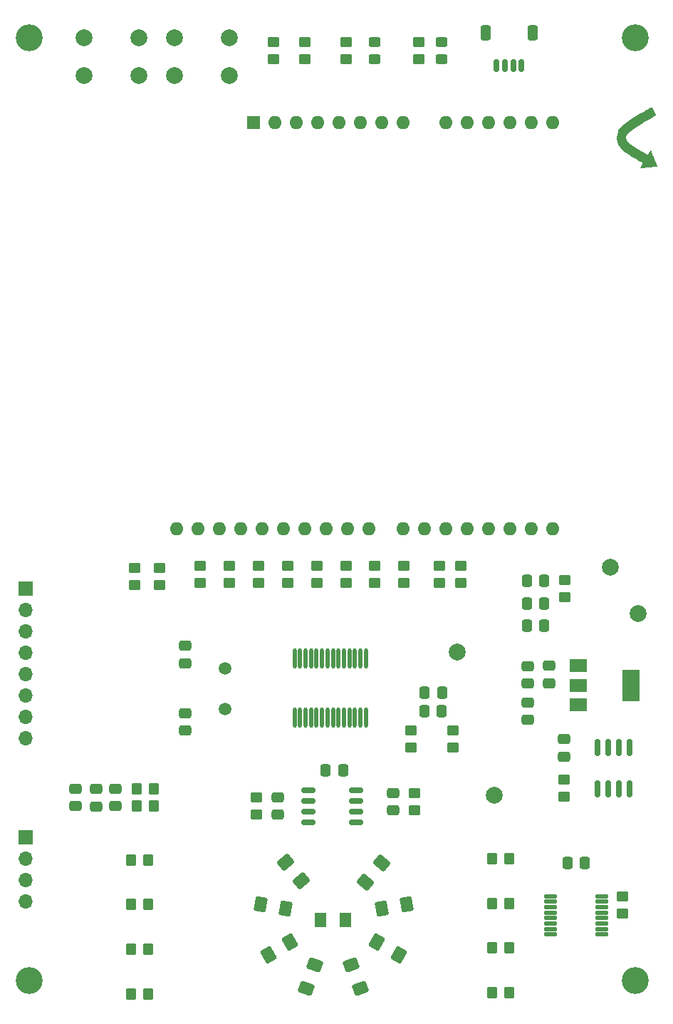
<source format=gts>
%TF.GenerationSoftware,KiCad,Pcbnew,(6.0.1)*%
%TF.CreationDate,2022-04-04T17:19:20+02:00*%
%TF.ProjectId,PCB KiCad,50434220-4b69-4436-9164-2e6b69636164,rev?*%
%TF.SameCoordinates,Original*%
%TF.FileFunction,Soldermask,Top*%
%TF.FilePolarity,Negative*%
%FSLAX46Y46*%
G04 Gerber Fmt 4.6, Leading zero omitted, Abs format (unit mm)*
G04 Created by KiCad (PCBNEW (6.0.1)) date 2022-04-04 17:19:20*
%MOMM*%
%LPD*%
G01*
G04 APERTURE LIST*
G04 Aperture macros list*
%AMRoundRect*
0 Rectangle with rounded corners*
0 $1 Rounding radius*
0 $2 $3 $4 $5 $6 $7 $8 $9 X,Y pos of 4 corners*
0 Add a 4 corners polygon primitive as box body*
4,1,4,$2,$3,$4,$5,$6,$7,$8,$9,$2,$3,0*
0 Add four circle primitives for the rounded corners*
1,1,$1+$1,$2,$3*
1,1,$1+$1,$4,$5*
1,1,$1+$1,$6,$7*
1,1,$1+$1,$8,$9*
0 Add four rect primitives between the rounded corners*
20,1,$1+$1,$2,$3,$4,$5,0*
20,1,$1+$1,$4,$5,$6,$7,0*
20,1,$1+$1,$6,$7,$8,$9,0*
20,1,$1+$1,$8,$9,$2,$3,0*%
G04 Aperture macros list end*
%ADD10RoundRect,0.250001X0.346943X0.695816X-0.564003X0.535192X-0.346943X-0.695816X0.564003X-0.535192X0*%
%ADD11RoundRect,0.250000X0.350000X0.450000X-0.350000X0.450000X-0.350000X-0.450000X0.350000X-0.450000X0*%
%ADD12RoundRect,0.250000X0.450000X-0.350000X0.450000X0.350000X-0.450000X0.350000X-0.450000X-0.350000X0*%
%ADD13RoundRect,0.250000X0.337500X0.475000X-0.337500X0.475000X-0.337500X-0.475000X0.337500X-0.475000X0*%
%ADD14RoundRect,0.250001X-0.462499X-0.624999X0.462499X-0.624999X0.462499X0.624999X-0.462499X0.624999X0*%
%ADD15R,1.700000X1.700000*%
%ADD16O,1.700000X1.700000*%
%ADD17RoundRect,0.250000X0.475000X-0.337500X0.475000X0.337500X-0.475000X0.337500X-0.475000X-0.337500X0*%
%ADD18RoundRect,0.250000X-0.450000X0.350000X-0.450000X-0.350000X0.450000X-0.350000X0.450000X0.350000X0*%
%ADD19C,3.200000*%
%ADD20RoundRect,0.250000X-0.475000X0.337500X-0.475000X-0.337500X0.475000X-0.337500X0.475000X0.337500X0*%
%ADD21RoundRect,0.250001X-0.564003X-0.535192X0.346943X-0.695816X0.564003X0.535192X-0.346943X0.695816X0*%
%ADD22RoundRect,0.250000X-0.350000X-0.450000X0.350000X-0.450000X0.350000X0.450000X-0.350000X0.450000X0*%
%ADD23RoundRect,0.250001X-0.088036X-0.772515X0.713035X-0.310016X0.088036X0.772515X-0.713035X0.310016X0*%
%ADD24R,1.600000X1.600000*%
%ADD25O,1.600000X1.600000*%
%ADD26RoundRect,0.250000X-0.337500X-0.475000X0.337500X-0.475000X0.337500X0.475000X-0.337500X0.475000X0*%
%ADD27C,2.000000*%
%ADD28RoundRect,0.197998X-0.602001X0.027001X-0.602001X-0.027001X0.602001X-0.027001X0.602001X0.027001X0*%
%ADD29RoundRect,0.250001X0.713035X0.310016X-0.088036X0.772515X-0.713035X-0.310016X0.088036X-0.772515X0*%
%ADD30RoundRect,0.250001X0.745491X-0.220845X0.429123X0.648369X-0.745491X0.220845X-0.429123X-0.648369X0*%
%ADD31R,2.000000X1.500000*%
%ADD32R,2.000000X3.800000*%
%ADD33RoundRect,0.250001X-0.181488X0.756036X-0.776066X0.047447X0.181488X-0.756036X0.776066X-0.047447X0*%
%ADD34RoundRect,0.150000X0.150000X0.625000X-0.150000X0.625000X-0.150000X-0.625000X0.150000X-0.625000X0*%
%ADD35RoundRect,0.250000X0.350000X0.650000X-0.350000X0.650000X-0.350000X-0.650000X0.350000X-0.650000X0*%
%ADD36C,1.500000*%
%ADD37RoundRect,0.250001X-0.776066X-0.047447X-0.181488X-0.756036X0.776066X0.047447X0.181488X0.756036X0*%
%ADD38RoundRect,0.195000X0.629999X-0.130000X0.629999X0.130000X-0.629999X0.130000X-0.629999X-0.130000X0*%
%ADD39RoundRect,0.150000X-0.150000X0.825000X-0.150000X-0.825000X0.150000X-0.825000X0.150000X0.825000X0*%
%ADD40RoundRect,0.225000X0.000001X-0.975000X-0.000001X-0.975000X-0.000001X0.975000X0.000001X0.975000X0*%
%ADD41RoundRect,0.250001X0.429123X-0.648369X0.745491X0.220845X-0.429123X0.648369X-0.745491X-0.220845X0*%
%ADD42RoundRect,0.250000X0.450000X-0.325000X0.450000X0.325000X-0.450000X0.325000X-0.450000X-0.325000X0*%
G04 APERTURE END LIST*
%TO.C,REF\u002A\u002A*%
G36*
X120980107Y-40204469D02*
G01*
X120989005Y-40210509D01*
X121000744Y-40223380D01*
X121016451Y-40244806D01*
X121037255Y-40276515D01*
X121064286Y-40320233D01*
X121098672Y-40377686D01*
X121141542Y-40450601D01*
X121194025Y-40540703D01*
X121257251Y-40649720D01*
X121263125Y-40659860D01*
X121318985Y-40756482D01*
X121370960Y-40846762D01*
X121417845Y-40928580D01*
X121458436Y-40999816D01*
X121491527Y-41058349D01*
X121515915Y-41102061D01*
X121530393Y-41128830D01*
X121534033Y-41136600D01*
X121524115Y-41144862D01*
X121496164Y-41163489D01*
X121452887Y-41190800D01*
X121396990Y-41225111D01*
X121331181Y-41264741D01*
X121261205Y-41306216D01*
X121154818Y-41369180D01*
X121034686Y-41440936D01*
X120902650Y-41520345D01*
X120760549Y-41606272D01*
X120610226Y-41697577D01*
X120453520Y-41793124D01*
X120292274Y-41891775D01*
X120128326Y-41992393D01*
X119963519Y-42093840D01*
X119799693Y-42194979D01*
X119638688Y-42294672D01*
X119482346Y-42391782D01*
X119332508Y-42485172D01*
X119191014Y-42573703D01*
X119059705Y-42656239D01*
X118940421Y-42731642D01*
X118835004Y-42798775D01*
X118745294Y-42856499D01*
X118673133Y-42903678D01*
X118637858Y-42927240D01*
X118486846Y-43033796D01*
X118357367Y-43135088D01*
X118247949Y-43232634D01*
X118157118Y-43327952D01*
X118083402Y-43422560D01*
X118025329Y-43517976D01*
X117989077Y-43596072D01*
X117954190Y-43708093D01*
X117940771Y-43819132D01*
X117949100Y-43929797D01*
X117979457Y-44040698D01*
X118032124Y-44152441D01*
X118107380Y-44265638D01*
X118205505Y-44380895D01*
X118326779Y-44498823D01*
X118454129Y-44606293D01*
X118513422Y-44651529D01*
X118590790Y-44707353D01*
X118683705Y-44772070D01*
X118789637Y-44843989D01*
X118906059Y-44921416D01*
X119030443Y-45002658D01*
X119160260Y-45086023D01*
X119292982Y-45169817D01*
X119333420Y-45195055D01*
X119410066Y-45242495D01*
X119496068Y-45295266D01*
X119589265Y-45352079D01*
X119687496Y-45411646D01*
X119788601Y-45472677D01*
X119890419Y-45533885D01*
X119990790Y-45593981D01*
X120087554Y-45651676D01*
X120178549Y-45705681D01*
X120261617Y-45754707D01*
X120334595Y-45797467D01*
X120395325Y-45832670D01*
X120441644Y-45859030D01*
X120471394Y-45875256D01*
X120481879Y-45880091D01*
X120490457Y-45870759D01*
X120509596Y-45843281D01*
X120537688Y-45800180D01*
X120573127Y-45743979D01*
X120614307Y-45677201D01*
X120659622Y-45602370D01*
X120674456Y-45577599D01*
X120720760Y-45500703D01*
X120763445Y-45431011D01*
X120800904Y-45371059D01*
X120831524Y-45323381D01*
X120853697Y-45290511D01*
X120865812Y-45274982D01*
X120867279Y-45274087D01*
X120872838Y-45285121D01*
X120886216Y-45316618D01*
X120906660Y-45366639D01*
X120933420Y-45433247D01*
X120965743Y-45514501D01*
X121002878Y-45608465D01*
X121044073Y-45713199D01*
X121088577Y-45826764D01*
X121135637Y-45947223D01*
X121184501Y-46072637D01*
X121234419Y-46201067D01*
X121284638Y-46330574D01*
X121334407Y-46459221D01*
X121382974Y-46585068D01*
X121429587Y-46706178D01*
X121473494Y-46820611D01*
X121513944Y-46926430D01*
X121550185Y-47021695D01*
X121581466Y-47104468D01*
X121607034Y-47172811D01*
X121626137Y-47224785D01*
X121638025Y-47258451D01*
X121641951Y-47271763D01*
X121631290Y-47275580D01*
X121599132Y-47281333D01*
X121545204Y-47289055D01*
X121469234Y-47298777D01*
X121370950Y-47310531D01*
X121250078Y-47324350D01*
X121106348Y-47340264D01*
X120939486Y-47358307D01*
X120749221Y-47378510D01*
X120589614Y-47395243D01*
X120433389Y-47411517D01*
X120284120Y-47427015D01*
X120143513Y-47441562D01*
X120013271Y-47454983D01*
X119895101Y-47467106D01*
X119790706Y-47477756D01*
X119701792Y-47486760D01*
X119630064Y-47493942D01*
X119577227Y-47499130D01*
X119544985Y-47502148D01*
X119534981Y-47502864D01*
X119540278Y-47492419D01*
X119556380Y-47463903D01*
X119581815Y-47419847D01*
X119615110Y-47362782D01*
X119654790Y-47295241D01*
X119699384Y-47219754D01*
X119717505Y-47189187D01*
X119763815Y-47110771D01*
X119805903Y-47038791D01*
X119842260Y-46975885D01*
X119871378Y-46924688D01*
X119891747Y-46887839D01*
X119901860Y-46867973D01*
X119902700Y-46865473D01*
X119893092Y-46854134D01*
X119867465Y-46835772D01*
X119831195Y-46814202D01*
X119828108Y-46812513D01*
X119710965Y-46747388D01*
X119578657Y-46671265D01*
X119433796Y-46585805D01*
X119278992Y-46492668D01*
X119116857Y-46393513D01*
X118950000Y-46290000D01*
X118781033Y-46183789D01*
X118612567Y-46076541D01*
X118447212Y-45969914D01*
X118287579Y-45865569D01*
X118136279Y-45765165D01*
X117995923Y-45670362D01*
X117869121Y-45582821D01*
X117758484Y-45504201D01*
X117684458Y-45449663D01*
X117507729Y-45308057D01*
X117354043Y-45165978D01*
X117222481Y-45022009D01*
X117112119Y-44874733D01*
X117022036Y-44722732D01*
X116951310Y-44564589D01*
X116899020Y-44398886D01*
X116864243Y-44224208D01*
X116858229Y-44179395D01*
X116852160Y-44109467D01*
X116848411Y-44023073D01*
X116846982Y-43927618D01*
X116847875Y-43830511D01*
X116851088Y-43739155D01*
X116856623Y-43660959D01*
X116858211Y-43645731D01*
X116892490Y-43428250D01*
X116945244Y-43225191D01*
X117017340Y-43034689D01*
X117109649Y-42854875D01*
X117223039Y-42683884D01*
X117358380Y-42519847D01*
X117406202Y-42468795D01*
X117479111Y-42395315D01*
X117551893Y-42326796D01*
X117627921Y-42260540D01*
X117710564Y-42193849D01*
X117803195Y-42124025D01*
X117909185Y-42048370D01*
X118031905Y-41964185D01*
X118062220Y-41943757D01*
X118255639Y-41815286D01*
X118455172Y-41685812D01*
X118663334Y-41553776D01*
X118882640Y-41417617D01*
X119115605Y-41275777D01*
X119364744Y-41126696D01*
X119632572Y-40968816D01*
X119669208Y-40947380D01*
X119741236Y-40905418D01*
X119825719Y-40856452D01*
X119920263Y-40801849D01*
X120022475Y-40742976D01*
X120129963Y-40681202D01*
X120240333Y-40617895D01*
X120351193Y-40554421D01*
X120460150Y-40492149D01*
X120564810Y-40432447D01*
X120662782Y-40376682D01*
X120751672Y-40326222D01*
X120829087Y-40282435D01*
X120892634Y-40246688D01*
X120939921Y-40220350D01*
X120966312Y-40205972D01*
X120972918Y-40203532D01*
X120980107Y-40204469D01*
G37*
%TD*%
D10*
%TO.C,D5*%
X91807434Y-134962688D03*
X88877630Y-135479292D03*
%TD*%
D11*
%TO.C,R25*%
X104040000Y-129513334D03*
X102040000Y-129513334D03*
%TD*%
D12*
%TO.C,R3*%
X97350000Y-116300000D03*
X97350000Y-114300000D03*
%TD*%
D13*
%TO.C,C14*%
X108207500Y-101860000D03*
X106132500Y-101860000D03*
%TD*%
%TO.C,C5*%
X96000000Y-112000000D03*
X93925000Y-112000000D03*
%TD*%
D14*
%TO.C,D1*%
X81556258Y-136795236D03*
X84531258Y-136795236D03*
%TD*%
D13*
%TO.C,C12*%
X108207500Y-99170000D03*
X106132500Y-99170000D03*
%TD*%
D15*
%TO.C,J2*%
X46500000Y-126950000D03*
D16*
X46500000Y-129490000D03*
X46500000Y-132030000D03*
X46500000Y-134570000D03*
%TD*%
D17*
%TO.C,C8*%
X57250000Y-123287500D03*
X57250000Y-121212500D03*
%TD*%
D18*
%TO.C,R19*%
X76000000Y-32500000D03*
X76000000Y-34500000D03*
%TD*%
D11*
%TO.C,R27*%
X104040000Y-140106666D03*
X102040000Y-140106666D03*
%TD*%
D18*
%TO.C,R12*%
X77677272Y-94750000D03*
X77677272Y-96750000D03*
%TD*%
D12*
%TO.C,R4*%
X92350000Y-116300000D03*
X92350000Y-114300000D03*
%TD*%
D19*
%TO.C,*%
X119000000Y-144000000D03*
%TD*%
D17*
%TO.C,C7*%
X54900000Y-123300000D03*
X54900000Y-121225000D03*
%TD*%
D20*
%TO.C,C9*%
X65500000Y-112212500D03*
X65500000Y-114287500D03*
%TD*%
D18*
%TO.C,R22*%
X59500000Y-95000000D03*
X59500000Y-97000000D03*
%TD*%
D21*
%TO.C,D10*%
X74521356Y-134962688D03*
X77451160Y-135479292D03*
%TD*%
D22*
%TO.C,R31*%
X59090000Y-134966666D03*
X61090000Y-134966666D03*
%TD*%
D20*
%TO.C,C10*%
X65500000Y-104212500D03*
X65500000Y-106287500D03*
%TD*%
D19*
%TO.C,*%
X119000000Y-32000000D03*
%TD*%
D12*
%TO.C,R20*%
X110550000Y-122142500D03*
X110550000Y-120142500D03*
%TD*%
D15*
%TO.C,J1*%
X46500000Y-97420000D03*
D16*
X46500000Y-99960000D03*
X46500000Y-102500000D03*
X46500000Y-105040000D03*
X46500000Y-107580000D03*
X46500000Y-110120000D03*
X46500000Y-112660000D03*
X46500000Y-115200000D03*
%TD*%
D23*
%TO.C,D9*%
X75403625Y-140902491D03*
X77980051Y-139414991D03*
%TD*%
D11*
%TO.C,R26*%
X104040000Y-134810000D03*
X102040000Y-134810000D03*
%TD*%
D24*
%TO.C,A1*%
X73655000Y-42070000D03*
D25*
X76195000Y-42070000D03*
X78735000Y-42070000D03*
X81275000Y-42070000D03*
X83815000Y-42070000D03*
X86355000Y-42070000D03*
X88895000Y-42070000D03*
X91435000Y-42070000D03*
X96515000Y-42070000D03*
X99055000Y-42070000D03*
X101595000Y-42070000D03*
X104135000Y-42070000D03*
X106675000Y-42070000D03*
X109215000Y-42070000D03*
X109215000Y-90330000D03*
X106675000Y-90330000D03*
X104135000Y-90330000D03*
X101595000Y-90330000D03*
X99055000Y-90330000D03*
X96515000Y-90330000D03*
X93975000Y-90330000D03*
X91435000Y-90330000D03*
X87375000Y-90330000D03*
X84835000Y-90330000D03*
X82295000Y-90330000D03*
X79755000Y-90330000D03*
X77215000Y-90330000D03*
X74675000Y-90330000D03*
X72135000Y-90330000D03*
X69595000Y-90330000D03*
X67055000Y-90330000D03*
X64515000Y-90330000D03*
%TD*%
D18*
%TO.C,R8*%
X98250000Y-94750000D03*
X98250000Y-96750000D03*
%TD*%
D12*
%TO.C,R16*%
X84682000Y-34522500D03*
X84682000Y-32522500D03*
%TD*%
D26*
%TO.C,C4*%
X93962500Y-109800000D03*
X96037500Y-109800000D03*
%TD*%
D12*
%TO.C,R15*%
X81140908Y-96750000D03*
X81140908Y-94750000D03*
%TD*%
D20*
%TO.C,C15*%
X106200000Y-110952500D03*
X106200000Y-113027500D03*
%TD*%
D11*
%TO.C,R5*%
X61750000Y-123250000D03*
X59750000Y-123250000D03*
%TD*%
D17*
%TO.C,C13*%
X110550000Y-117377500D03*
X110550000Y-115302500D03*
%TD*%
D18*
%TO.C,R10*%
X74213636Y-94750000D03*
X74213636Y-96750000D03*
%TD*%
D22*
%TO.C,R29*%
X59090000Y-145560000D03*
X61090000Y-145560000D03*
%TD*%
D18*
%TO.C,R11*%
X70750000Y-94750000D03*
X70750000Y-96750000D03*
%TD*%
D27*
%TO.C,3.3v*%
X119340000Y-100350000D03*
%TD*%
D12*
%TO.C,FB1*%
X110640000Y-98430000D03*
X110640000Y-96430000D03*
%TD*%
D28*
%TO.C,U5*%
X108950001Y-133975001D03*
X108950001Y-134625002D03*
X108950001Y-135275001D03*
X108950001Y-135925002D03*
X108950001Y-136575001D03*
X108950001Y-137225002D03*
X108950001Y-137875001D03*
X108950001Y-138525002D03*
X115050002Y-138525002D03*
X115050002Y-137875001D03*
X115050002Y-137225002D03*
X115050002Y-136575001D03*
X115050002Y-135925002D03*
X115050002Y-135275001D03*
X115050002Y-134625002D03*
X115050002Y-133975001D03*
%TD*%
D13*
%TO.C,C11*%
X108207500Y-96480000D03*
X106132500Y-96480000D03*
%TD*%
%TO.C,C1*%
X84287500Y-119000000D03*
X82212500Y-119000000D03*
%TD*%
D29*
%TO.C,D6*%
X90884471Y-140908986D03*
X88308045Y-139421486D03*
%TD*%
D18*
%TO.C,R13*%
X88068180Y-94750000D03*
X88068180Y-96750000D03*
%TD*%
D11*
%TO.C,R6*%
X61750000Y-121250000D03*
X59750000Y-121250000D03*
%TD*%
D27*
%TO.C,SW2*%
X53500000Y-32000000D03*
X60000000Y-32000000D03*
X53500000Y-36500000D03*
X60000000Y-36500000D03*
%TD*%
D30*
%TO.C,D7*%
X86292497Y-144933029D03*
X85274987Y-142137443D03*
%TD*%
D31*
%TO.C,U4*%
X112250000Y-106600000D03*
D32*
X118550000Y-108900000D03*
D31*
X112250000Y-108900000D03*
X112250000Y-111200000D03*
%TD*%
D22*
%TO.C,R30*%
X59090000Y-140263332D03*
X61090000Y-140263332D03*
%TD*%
D33*
%TO.C,D4*%
X88862405Y-129995745D03*
X86950111Y-132274727D03*
%TD*%
D18*
%TO.C,R23*%
X62500000Y-95000000D03*
X62500000Y-97000000D03*
%TD*%
D34*
%TO.C,J3*%
X105500000Y-35280000D03*
X104500000Y-35280000D03*
X103500000Y-35280000D03*
X102500000Y-35280000D03*
D35*
X101200000Y-31405000D03*
X106800000Y-31405000D03*
%TD*%
D18*
%TO.C,R21*%
X91531820Y-94750000D03*
X91531820Y-96750000D03*
%TD*%
D20*
%TO.C,C16*%
X108780000Y-106592500D03*
X108780000Y-108667500D03*
%TD*%
D19*
%TO.C,*%
X47000000Y-144000000D03*
%TD*%
D22*
%TO.C,R32*%
X59090000Y-129670000D03*
X61090000Y-129670000D03*
%TD*%
D36*
%TO.C,Y1*%
X70250000Y-111750000D03*
X70250000Y-106870000D03*
%TD*%
D37*
%TO.C,D11*%
X77426571Y-129901896D03*
X79338865Y-132180878D03*
%TD*%
D18*
%TO.C,R1*%
X92750000Y-121750000D03*
X92750000Y-123750000D03*
%TD*%
D38*
%TO.C,U1*%
X85825001Y-125155000D03*
X85825001Y-123885000D03*
X85825001Y-122615000D03*
X85825001Y-121345000D03*
X80175002Y-121345000D03*
X80175002Y-122615000D03*
X80175002Y-123885000D03*
X80175002Y-125155000D03*
%TD*%
D12*
%TO.C,R2*%
X74000000Y-124250000D03*
X74000000Y-122250000D03*
%TD*%
D39*
%TO.C,U3*%
X118325000Y-116275000D03*
X117055000Y-116275000D03*
X115785000Y-116275000D03*
X114515000Y-116275000D03*
X114515000Y-121225000D03*
X115785000Y-121225000D03*
X117055000Y-121225000D03*
X118325000Y-121225000D03*
%TD*%
D40*
%TO.C,U2*%
X78525000Y-112750001D03*
X79175001Y-112750001D03*
X79824999Y-112750001D03*
X80475001Y-112750001D03*
X81124999Y-112750001D03*
X81775001Y-112750001D03*
X82424999Y-112750001D03*
X83075001Y-112750001D03*
X83724999Y-112750001D03*
X84375001Y-112750001D03*
X85024999Y-112750001D03*
X85675001Y-112750001D03*
X86324999Y-112750001D03*
X86975000Y-112750001D03*
X86975000Y-105749999D03*
X86324999Y-105749999D03*
X85675001Y-105749999D03*
X85024999Y-105749999D03*
X84375001Y-105749999D03*
X83724999Y-105749999D03*
X83075001Y-105749999D03*
X82424999Y-105749999D03*
X81775001Y-105749999D03*
X81124999Y-105749999D03*
X80475001Y-105749999D03*
X79824999Y-105749999D03*
X79175001Y-105749999D03*
X78525000Y-105749999D03*
%TD*%
D20*
%TO.C,C3*%
X76500000Y-122212500D03*
X76500000Y-124287500D03*
%TD*%
D27*
%TO.C,GND*%
X116090000Y-94860000D03*
%TD*%
D41*
%TO.C,D8*%
X79937503Y-144933029D03*
X80955013Y-142137443D03*
%TD*%
D18*
%TO.C,R9*%
X67286364Y-94750000D03*
X67286364Y-96750000D03*
%TD*%
D11*
%TO.C,R28*%
X104040000Y-145403334D03*
X102040000Y-145403334D03*
%TD*%
D19*
%TO.C,REF\u002A\u002A*%
X47000000Y-32000000D03*
%TD*%
D27*
%TO.C,2.5v*%
X102280000Y-121960000D03*
%TD*%
D18*
%TO.C,R14*%
X84604544Y-94750000D03*
X84604544Y-96750000D03*
%TD*%
D42*
%TO.C,D3*%
X96000000Y-34525000D03*
X96000000Y-32475000D03*
%TD*%
D13*
%TO.C,C18*%
X113037500Y-130000000D03*
X110962500Y-130000000D03*
%TD*%
D20*
%TO.C,C2*%
X90250000Y-121712500D03*
X90250000Y-123787500D03*
%TD*%
D18*
%TO.C,R18*%
X79750000Y-32500000D03*
X79750000Y-34500000D03*
%TD*%
D42*
%TO.C,D2*%
X88000000Y-34525000D03*
X88000000Y-32475000D03*
%TD*%
D12*
%TO.C,R17*%
X93250000Y-34500000D03*
X93250000Y-32500000D03*
%TD*%
%TO.C,R7*%
X95750000Y-96750000D03*
X95750000Y-94750000D03*
%TD*%
D27*
%TO.C,5.0v*%
X97830000Y-104950000D03*
%TD*%
%TO.C,SW1*%
X64250000Y-32000000D03*
X70750000Y-32000000D03*
X70750000Y-36500000D03*
X64250000Y-36500000D03*
%TD*%
D12*
%TO.C,R24*%
X117500000Y-136000000D03*
X117500000Y-134000000D03*
%TD*%
D17*
%TO.C,C6*%
X52500000Y-123287500D03*
X52500000Y-121212500D03*
%TD*%
%TO.C,C17*%
X106230000Y-108707500D03*
X106230000Y-106632500D03*
%TD*%
M02*

</source>
